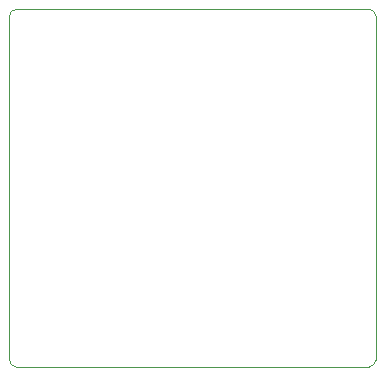
<source format=gbr>
%TF.GenerationSoftware,KiCad,Pcbnew,8.0.6-8.0.6-0~ubuntu22.04.1*%
%TF.CreationDate,2024-12-18T20:08:21+01:00*%
%TF.ProjectId,Xplore ERC IMU HAT,58706c6f-7265-4204-9552-4320494d5520,rev?*%
%TF.SameCoordinates,Original*%
%TF.FileFunction,Profile,NP*%
%FSLAX46Y46*%
G04 Gerber Fmt 4.6, Leading zero omitted, Abs format (unit mm)*
G04 Created by KiCad (PCBNEW 8.0.6-8.0.6-0~ubuntu22.04.1) date 2024-12-18 20:08:21*
%MOMM*%
%LPD*%
G01*
G04 APERTURE LIST*
%TA.AperFunction,Profile*%
%ADD10C,0.050000*%
%TD*%
G04 APERTURE END LIST*
D10*
X161100258Y-93294311D02*
G75*
G02*
X160546041Y-93848558I-554258J11D01*
G01*
X130100001Y-64150000D02*
G75*
G02*
X130650004Y-63605865I550399J-6300D01*
G01*
X161100000Y-64151504D02*
X161100258Y-93294311D01*
X130656294Y-93855933D02*
G75*
G02*
X130099967Y-93300000I6J556333D01*
G01*
X130100000Y-93300000D02*
X130100001Y-64150000D01*
X130650004Y-63605898D02*
X160545783Y-63597287D01*
X160545783Y-63597287D02*
G75*
G02*
X161100013Y-64151504I17J-554213D01*
G01*
X160546041Y-93848528D02*
X130656294Y-93855933D01*
M02*

</source>
